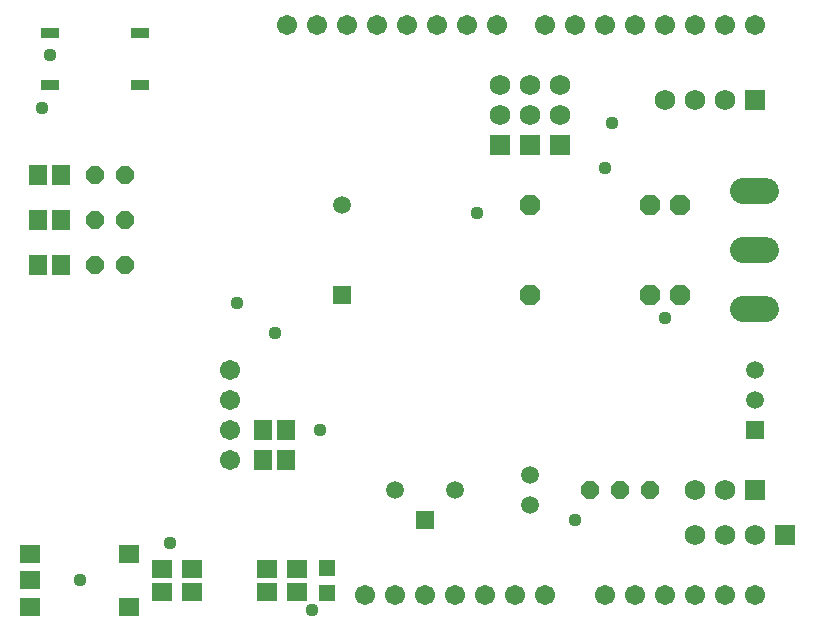
<source format=gts>
G75*
%MOIN*%
%OFA0B0*%
%FSLAX25Y25*%
%IPPOS*%
%LPD*%
%AMOC8*
5,1,8,0,0,1.08239X$1,22.5*
%
%ADD10OC8,0.06000*%
%ADD11R,0.05918X0.06706*%
%ADD12R,0.05950X0.05950*%
%ADD13C,0.05950*%
%ADD14R,0.07099X0.06312*%
%ADD15R,0.06706X0.05918*%
%ADD16R,0.05524X0.05524*%
%ADD17OC8,0.06737*%
%ADD18C,0.08600*%
%ADD19C,0.06737*%
%ADD20R,0.06800X0.06800*%
%ADD21C,0.06800*%
%ADD22R,0.06400X0.03600*%
%ADD23C,0.04369*%
D10*
X0052595Y0125167D03*
X0062595Y0125167D03*
X0062595Y0140167D03*
X0052595Y0140167D03*
X0052595Y0155167D03*
X0062595Y0155167D03*
X0217595Y0050167D03*
X0227595Y0050167D03*
X0237595Y0050167D03*
D11*
X0116335Y0060167D03*
X0108855Y0060167D03*
X0108855Y0070167D03*
X0116335Y0070167D03*
X0041335Y0125167D03*
X0033855Y0125167D03*
X0033855Y0140167D03*
X0041335Y0140167D03*
X0041335Y0155167D03*
X0033855Y0155167D03*
D12*
X0135095Y0115167D03*
X0162595Y0040167D03*
X0272595Y0070167D03*
D13*
X0272595Y0080167D03*
X0272595Y0090167D03*
X0197595Y0055167D03*
X0197595Y0045167D03*
X0172595Y0050167D03*
X0152595Y0050167D03*
X0135095Y0145167D03*
D14*
X0031060Y0011308D03*
X0031060Y0020167D03*
X0031060Y0029025D03*
X0064131Y0029025D03*
X0064131Y0011308D03*
D15*
X0075095Y0016427D03*
X0085095Y0016427D03*
X0085095Y0023907D03*
X0075095Y0023907D03*
X0110095Y0023907D03*
X0110095Y0016427D03*
X0120095Y0016427D03*
X0120095Y0023907D03*
D16*
X0130095Y0024301D03*
X0130095Y0016033D03*
D17*
X0197595Y0115167D03*
X0197595Y0145167D03*
X0237595Y0145167D03*
X0247595Y0145167D03*
X0247595Y0115167D03*
X0237595Y0115167D03*
D18*
X0268695Y0110467D02*
X0276495Y0110467D01*
X0276495Y0130167D02*
X0268695Y0130167D01*
X0268695Y0149867D02*
X0276495Y0149867D01*
D19*
X0272595Y0205167D03*
X0262595Y0205167D03*
X0252595Y0205167D03*
X0242595Y0205167D03*
X0232595Y0205167D03*
X0222595Y0205167D03*
X0212595Y0205167D03*
X0202595Y0205167D03*
X0186595Y0205167D03*
X0176595Y0205167D03*
X0166595Y0205167D03*
X0156595Y0205167D03*
X0146595Y0205167D03*
X0136595Y0205167D03*
X0126595Y0205167D03*
X0116595Y0205167D03*
X0097595Y0090167D03*
X0097595Y0080167D03*
X0097595Y0070167D03*
X0097595Y0060167D03*
X0142595Y0015167D03*
X0152595Y0015167D03*
X0162595Y0015167D03*
X0172595Y0015167D03*
X0182595Y0015167D03*
X0192595Y0015167D03*
X0202595Y0015167D03*
X0222595Y0015167D03*
X0232595Y0015167D03*
X0242595Y0015167D03*
X0252595Y0015167D03*
X0262595Y0015167D03*
X0272595Y0015167D03*
D20*
X0282595Y0035167D03*
X0272595Y0050167D03*
X0207595Y0165167D03*
X0197595Y0165167D03*
X0187595Y0165167D03*
X0272595Y0180167D03*
D21*
X0262595Y0180167D03*
X0252595Y0180167D03*
X0242595Y0180167D03*
X0207595Y0185167D03*
X0197595Y0185167D03*
X0187595Y0185167D03*
X0187595Y0175167D03*
X0197595Y0175167D03*
X0207595Y0175167D03*
X0252595Y0050167D03*
X0262595Y0050167D03*
X0262595Y0035167D03*
X0252595Y0035167D03*
X0272595Y0035167D03*
D22*
X0067595Y0185167D03*
X0067595Y0202667D03*
X0037595Y0202667D03*
X0037595Y0185167D03*
D23*
X0035095Y0177667D03*
X0037595Y0195167D03*
X0100095Y0112667D03*
X0112595Y0102667D03*
X0127595Y0070167D03*
X0077595Y0032667D03*
X0047595Y0020167D03*
X0125095Y0010167D03*
X0212595Y0040167D03*
X0242595Y0107667D03*
X0222595Y0157667D03*
X0225095Y0172667D03*
X0180095Y0142667D03*
M02*

</source>
